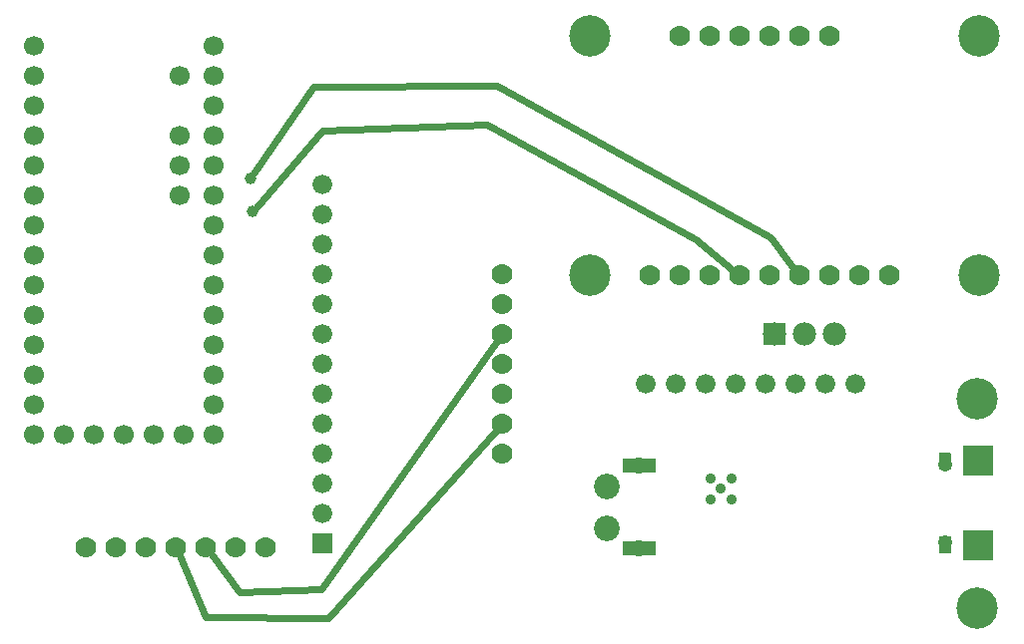
<source format=gbl>
G04 MADE WITH FRITZING*
G04 WWW.FRITZING.ORG*
G04 DOUBLE SIDED*
G04 HOLES PLATED*
G04 CONTOUR ON CENTER OF CONTOUR VECTOR*
%ASAXBY*%
%FSLAX23Y23*%
%MOIN*%
%OFA0B0*%
%SFA1.0B1.0*%
%ADD10C,0.066889*%
%ADD11C,0.138425*%
%ADD12C,0.070000*%
%ADD13C,0.066000*%
%ADD14C,0.035748*%
%ADD15C,0.138426*%
%ADD16C,0.057402*%
%ADD17C,0.047559*%
%ADD18C,0.098426*%
%ADD19C,0.086000*%
%ADD20C,0.039370*%
%ADD21C,0.078000*%
%ADD22R,0.066000X0.066000*%
%ADD23R,0.098426X0.098425*%
%ADD24R,0.078000X0.078000*%
%ADD25C,0.024000*%
%ADD26R,0.001000X0.001000*%
%LNCOPPER0*%
G90*
G70*
G54D10*
X674Y691D03*
X674Y791D03*
X674Y891D03*
X674Y991D03*
X674Y1091D03*
X674Y1191D03*
X674Y1291D03*
X674Y1391D03*
X674Y1491D03*
X674Y1591D03*
X674Y1691D03*
X674Y1791D03*
X674Y1891D03*
X674Y1991D03*
X560Y1891D03*
X560Y1591D03*
X560Y1691D03*
X74Y691D03*
X74Y791D03*
X74Y891D03*
X74Y991D03*
X74Y1091D03*
X74Y1191D03*
X74Y1291D03*
X74Y1391D03*
X74Y1491D03*
X74Y1591D03*
X74Y1691D03*
X74Y1791D03*
X74Y1891D03*
X74Y1991D03*
X560Y1491D03*
X274Y691D03*
X174Y691D03*
X374Y691D03*
X574Y691D03*
X474Y691D03*
G54D11*
X1928Y1225D03*
X1928Y2025D03*
G54D12*
X2228Y2025D03*
X2328Y2025D03*
X2428Y2025D03*
G54D11*
X3228Y1225D03*
G54D12*
X2528Y2025D03*
G54D11*
X3228Y2025D03*
G54D12*
X2628Y2025D03*
X2728Y2025D03*
X2128Y1225D03*
X2228Y1225D03*
X2328Y1225D03*
X2428Y1225D03*
X2528Y1225D03*
X2628Y1225D03*
X2728Y1225D03*
X2828Y1225D03*
X2928Y1225D03*
G54D13*
X1036Y330D03*
X1036Y430D03*
X1036Y530D03*
X1036Y630D03*
X1036Y730D03*
X1036Y830D03*
X1036Y930D03*
X1036Y1030D03*
X1036Y1130D03*
X1036Y1230D03*
X1036Y1330D03*
X1036Y1430D03*
X1036Y1530D03*
G54D12*
X1636Y1230D03*
X1636Y1130D03*
X1636Y1030D03*
X1636Y930D03*
X1636Y830D03*
X1636Y730D03*
X1636Y630D03*
X847Y316D03*
X747Y316D03*
X647Y316D03*
X547Y316D03*
X447Y316D03*
X347Y316D03*
X247Y316D03*
G54D14*
X2402Y547D03*
G54D15*
X3222Y113D03*
G54D16*
X2094Y313D03*
X2094Y589D03*
G54D14*
X2367Y512D03*
X2331Y476D03*
G54D17*
X3117Y333D03*
X3117Y593D03*
G54D18*
X3227Y322D03*
X3227Y605D03*
G54D19*
X1987Y518D03*
G54D13*
X2817Y863D03*
X2717Y863D03*
X2617Y863D03*
X2517Y863D03*
X2417Y863D03*
X2317Y863D03*
X2217Y863D03*
G54D15*
X3222Y813D03*
G54D13*
X2117Y863D03*
G54D14*
X2331Y547D03*
X2402Y476D03*
G54D19*
X1987Y380D03*
G54D20*
X802Y1438D03*
X795Y1549D03*
G54D21*
X2546Y1030D03*
X2646Y1030D03*
X2746Y1030D03*
G54D22*
X1036Y330D03*
G54D23*
X3227Y322D03*
X3227Y605D03*
G54D24*
X2546Y1030D03*
G54D25*
X559Y288D02*
X647Y84D01*
D02*
X1057Y80D02*
X1616Y707D01*
D02*
X647Y84D02*
X1057Y80D01*
D02*
X1620Y1860D02*
X2534Y1353D01*
D02*
X2534Y1353D02*
X2609Y1250D01*
D02*
X1006Y1856D02*
X1620Y1860D01*
D02*
X806Y1565D02*
X1006Y1856D01*
D02*
X1586Y1730D02*
X2282Y1346D01*
D02*
X2282Y1346D02*
X2404Y1245D01*
D02*
X1035Y1708D02*
X1586Y1730D01*
D02*
X815Y1452D02*
X1035Y1708D01*
D02*
X1032Y176D02*
X1618Y1005D01*
D02*
X758Y165D02*
X1032Y176D01*
D02*
X665Y291D02*
X758Y165D01*
G54D26*
X3097Y631D02*
X3133Y631D01*
X3097Y630D02*
X3134Y630D01*
X3097Y629D02*
X3134Y629D01*
X3097Y628D02*
X3134Y628D01*
X3097Y627D02*
X3134Y627D01*
X3097Y626D02*
X3134Y626D01*
X3097Y625D02*
X3134Y625D01*
X3097Y624D02*
X3134Y624D01*
X3097Y623D02*
X3134Y623D01*
X3097Y622D02*
X3134Y622D01*
X3097Y621D02*
X3134Y621D01*
X3097Y620D02*
X3134Y620D01*
X3097Y619D02*
X3134Y619D01*
X3097Y618D02*
X3134Y618D01*
X3097Y617D02*
X3134Y617D01*
X3097Y616D02*
X3134Y616D01*
X3097Y615D02*
X3134Y615D01*
X3097Y614D02*
X3134Y614D01*
X3097Y613D02*
X3134Y613D01*
X2039Y612D02*
X2086Y612D01*
X2099Y612D02*
X2147Y612D01*
X3097Y612D02*
X3111Y612D01*
X3120Y612D02*
X3134Y612D01*
X2039Y611D02*
X2083Y611D01*
X2102Y611D02*
X2147Y611D01*
X3097Y611D02*
X3107Y611D01*
X3123Y611D02*
X3134Y611D01*
X2039Y610D02*
X2081Y610D01*
X2104Y610D02*
X2147Y610D01*
X3097Y610D02*
X3106Y610D01*
X3125Y610D02*
X3134Y610D01*
X2039Y609D02*
X2079Y609D01*
X2106Y609D02*
X2147Y609D01*
X3097Y609D02*
X3104Y609D01*
X3127Y609D02*
X3134Y609D01*
X2039Y608D02*
X2078Y608D01*
X2107Y608D02*
X2147Y608D01*
X3097Y608D02*
X3103Y608D01*
X3128Y608D02*
X3134Y608D01*
X2039Y607D02*
X2077Y607D01*
X2109Y607D02*
X2147Y607D01*
X3097Y607D02*
X3102Y607D01*
X3129Y607D02*
X3134Y607D01*
X2039Y606D02*
X2076Y606D01*
X2110Y606D02*
X2147Y606D01*
X3097Y606D02*
X3101Y606D01*
X3130Y606D02*
X3134Y606D01*
X2039Y605D02*
X2075Y605D01*
X2111Y605D02*
X2147Y605D01*
X3097Y605D02*
X3100Y605D01*
X3131Y605D02*
X3134Y605D01*
X2039Y604D02*
X2074Y604D01*
X2111Y604D02*
X2147Y604D01*
X3097Y604D02*
X3099Y604D01*
X3131Y604D02*
X3134Y604D01*
X2039Y603D02*
X2073Y603D01*
X2112Y603D02*
X2147Y603D01*
X3097Y603D02*
X3099Y603D01*
X3132Y603D02*
X3134Y603D01*
X2039Y602D02*
X2072Y602D01*
X2113Y602D02*
X2147Y602D01*
X3097Y602D02*
X3098Y602D01*
X3133Y602D02*
X3134Y602D01*
X2039Y601D02*
X2072Y601D01*
X2114Y601D02*
X2147Y601D01*
X3097Y601D02*
X3097Y601D01*
X3133Y601D02*
X3134Y601D01*
X2039Y600D02*
X2071Y600D01*
X2114Y600D02*
X2147Y600D01*
X3097Y600D02*
X3097Y600D01*
X3133Y600D02*
X3134Y600D01*
X2039Y599D02*
X2071Y599D01*
X2115Y599D02*
X2147Y599D01*
X3097Y599D02*
X3097Y599D01*
X3134Y599D02*
X3134Y599D01*
X2039Y598D02*
X2070Y598D01*
X2115Y598D02*
X2147Y598D01*
X3097Y598D02*
X3097Y598D01*
X2039Y597D02*
X2070Y597D01*
X2115Y597D02*
X2147Y597D01*
X2039Y596D02*
X2070Y596D01*
X2116Y596D02*
X2147Y596D01*
X2039Y595D02*
X2069Y595D01*
X2116Y595D02*
X2147Y595D01*
X2039Y594D02*
X2069Y594D01*
X2116Y594D02*
X2147Y594D01*
X2039Y593D02*
X2069Y593D01*
X2117Y593D02*
X2147Y593D01*
X2039Y592D02*
X2069Y592D01*
X2117Y592D02*
X2147Y592D01*
X2039Y591D02*
X2069Y591D01*
X2117Y591D02*
X2147Y591D01*
X2039Y590D02*
X2069Y590D01*
X2117Y590D02*
X2147Y590D01*
X2039Y589D02*
X2069Y589D01*
X2117Y589D02*
X2147Y589D01*
X3097Y589D02*
X3097Y589D01*
X3134Y589D02*
X3134Y589D01*
X2039Y588D02*
X2069Y588D01*
X2117Y588D02*
X2147Y588D01*
X3097Y588D02*
X3097Y588D01*
X3134Y588D02*
X3134Y588D01*
X2039Y587D02*
X2069Y587D01*
X2117Y587D02*
X2147Y587D01*
X3097Y587D02*
X3097Y587D01*
X3133Y587D02*
X3134Y587D01*
X2039Y586D02*
X2069Y586D01*
X2117Y586D02*
X2147Y586D01*
X3097Y586D02*
X3098Y586D01*
X3133Y586D02*
X3134Y586D01*
X2039Y585D02*
X2069Y585D01*
X2116Y585D02*
X2147Y585D01*
X3097Y585D02*
X3098Y585D01*
X3132Y585D02*
X3134Y585D01*
X2039Y584D02*
X2069Y584D01*
X2116Y584D02*
X2147Y584D01*
X3097Y584D02*
X3099Y584D01*
X3132Y584D02*
X3134Y584D01*
X2039Y583D02*
X2069Y583D01*
X2116Y583D02*
X2147Y583D01*
X3097Y583D02*
X3099Y583D01*
X3131Y583D02*
X3134Y583D01*
X2039Y582D02*
X2070Y582D01*
X2116Y582D02*
X2147Y582D01*
X3097Y582D02*
X3100Y582D01*
X3130Y582D02*
X3134Y582D01*
X2039Y581D02*
X2070Y581D01*
X2115Y581D02*
X2147Y581D01*
X3097Y581D02*
X3101Y581D01*
X3129Y581D02*
X3134Y581D01*
X2039Y580D02*
X2070Y580D01*
X2115Y580D02*
X2147Y580D01*
X3097Y580D02*
X3102Y580D01*
X3128Y580D02*
X3134Y580D01*
X2039Y579D02*
X2071Y579D01*
X2115Y579D02*
X2147Y579D01*
X3097Y579D02*
X3103Y579D01*
X3127Y579D02*
X3134Y579D01*
X2039Y578D02*
X2071Y578D01*
X2114Y578D02*
X2147Y578D01*
X3097Y578D02*
X3105Y578D01*
X3126Y578D02*
X3134Y578D01*
X2039Y577D02*
X2072Y577D01*
X2113Y577D02*
X2147Y577D01*
X3097Y577D02*
X3106Y577D01*
X3124Y577D02*
X3134Y577D01*
X2039Y576D02*
X2072Y576D01*
X2113Y576D02*
X2147Y576D01*
X3097Y576D02*
X3109Y576D01*
X3122Y576D02*
X3134Y576D01*
X2039Y575D02*
X2073Y575D01*
X2112Y575D02*
X2147Y575D01*
X3097Y575D02*
X3111Y575D01*
X3120Y575D02*
X3133Y575D01*
X2039Y574D02*
X2074Y574D01*
X2111Y574D02*
X2147Y574D01*
X2039Y573D02*
X2075Y573D01*
X2110Y573D02*
X2147Y573D01*
X2039Y572D02*
X2076Y572D01*
X2109Y572D02*
X2147Y572D01*
X2039Y571D02*
X2077Y571D01*
X2108Y571D02*
X2147Y571D01*
X2039Y570D02*
X2078Y570D01*
X2107Y570D02*
X2147Y570D01*
X2039Y569D02*
X2080Y569D01*
X2106Y569D02*
X2147Y569D01*
X2039Y568D02*
X2082Y568D01*
X2104Y568D02*
X2147Y568D01*
X2039Y567D02*
X2084Y567D01*
X2102Y567D02*
X2147Y567D01*
X2039Y566D02*
X2087Y566D01*
X2098Y566D02*
X2147Y566D01*
X3097Y352D02*
X3110Y352D01*
X3120Y352D02*
X3134Y352D01*
X3097Y351D02*
X3107Y351D01*
X3123Y351D02*
X3134Y351D01*
X3097Y350D02*
X3105Y350D01*
X3125Y350D02*
X3134Y350D01*
X3097Y349D02*
X3104Y349D01*
X3127Y349D02*
X3134Y349D01*
X3097Y348D02*
X3103Y348D01*
X3128Y348D02*
X3134Y348D01*
X3097Y347D02*
X3101Y347D01*
X3129Y347D02*
X3134Y347D01*
X3097Y346D02*
X3101Y346D01*
X3130Y346D02*
X3134Y346D01*
X3097Y345D02*
X3100Y345D01*
X3131Y345D02*
X3134Y345D01*
X3097Y344D02*
X3099Y344D01*
X3132Y344D02*
X3134Y344D01*
X3097Y343D02*
X3098Y343D01*
X3132Y343D02*
X3134Y343D01*
X3097Y342D02*
X3098Y342D01*
X3133Y342D02*
X3134Y342D01*
X3097Y341D02*
X3097Y341D01*
X3133Y341D02*
X3134Y341D01*
X3097Y340D02*
X3097Y340D01*
X3133Y340D02*
X3134Y340D01*
X3097Y339D02*
X3097Y339D01*
X3134Y339D02*
X3134Y339D01*
X2039Y337D02*
X2087Y337D01*
X2098Y337D02*
X2146Y337D01*
X2039Y336D02*
X2085Y336D01*
X2100Y336D02*
X2147Y336D01*
X2039Y335D02*
X2082Y335D01*
X2103Y335D02*
X2147Y335D01*
X2039Y334D02*
X2080Y334D01*
X2105Y334D02*
X2147Y334D01*
X2039Y333D02*
X2079Y333D01*
X2107Y333D02*
X2147Y333D01*
X2039Y332D02*
X2078Y332D01*
X2108Y332D02*
X2147Y332D01*
X2039Y331D02*
X2076Y331D01*
X2109Y331D02*
X2147Y331D01*
X2039Y330D02*
X2075Y330D01*
X2110Y330D02*
X2147Y330D01*
X2039Y329D02*
X2074Y329D01*
X2111Y329D02*
X2147Y329D01*
X3097Y329D02*
X3097Y329D01*
X3134Y329D02*
X3134Y329D01*
X2039Y328D02*
X2074Y328D01*
X2112Y328D02*
X2147Y328D01*
X3097Y328D02*
X3097Y328D01*
X3134Y328D02*
X3134Y328D01*
X2039Y327D02*
X2073Y327D01*
X2113Y327D02*
X2147Y327D01*
X3097Y327D02*
X3097Y327D01*
X3133Y327D02*
X3134Y327D01*
X2039Y326D02*
X2072Y326D01*
X2113Y326D02*
X2147Y326D01*
X3097Y326D02*
X3098Y326D01*
X3133Y326D02*
X3134Y326D01*
X2039Y325D02*
X2072Y325D01*
X2114Y325D02*
X2147Y325D01*
X3097Y325D02*
X3098Y325D01*
X3132Y325D02*
X3134Y325D01*
X2039Y324D02*
X2071Y324D01*
X2114Y324D02*
X2147Y324D01*
X3097Y324D02*
X3099Y324D01*
X3132Y324D02*
X3134Y324D01*
X2039Y323D02*
X2070Y323D01*
X2115Y323D02*
X2147Y323D01*
X3097Y323D02*
X3100Y323D01*
X3131Y323D02*
X3134Y323D01*
X2039Y322D02*
X2070Y322D01*
X2115Y322D02*
X2147Y322D01*
X3097Y322D02*
X3100Y322D01*
X3130Y322D02*
X3134Y322D01*
X2039Y321D02*
X2070Y321D01*
X2116Y321D02*
X2147Y321D01*
X3097Y321D02*
X3101Y321D01*
X3129Y321D02*
X3134Y321D01*
X2039Y320D02*
X2069Y320D01*
X2116Y320D02*
X2147Y320D01*
X3097Y320D02*
X3102Y320D01*
X3128Y320D02*
X3134Y320D01*
X2039Y319D02*
X2069Y319D01*
X2116Y319D02*
X2147Y319D01*
X3097Y319D02*
X3103Y319D01*
X3127Y319D02*
X3134Y319D01*
X2039Y318D02*
X2069Y318D01*
X2116Y318D02*
X2147Y318D01*
X3097Y318D02*
X3105Y318D01*
X3126Y318D02*
X3134Y318D01*
X2039Y317D02*
X2069Y317D01*
X2117Y317D02*
X2147Y317D01*
X3097Y317D02*
X3107Y317D01*
X3124Y317D02*
X3134Y317D01*
X2039Y316D02*
X2069Y316D01*
X2117Y316D02*
X2147Y316D01*
X3097Y316D02*
X3109Y316D01*
X3121Y316D02*
X3134Y316D01*
X2039Y315D02*
X2069Y315D01*
X2117Y315D02*
X2147Y315D01*
X3097Y315D02*
X3134Y315D01*
X2039Y314D02*
X2069Y314D01*
X2117Y314D02*
X2147Y314D01*
X3097Y314D02*
X3134Y314D01*
X2039Y313D02*
X2069Y313D01*
X2117Y313D02*
X2147Y313D01*
X3097Y313D02*
X3134Y313D01*
X2039Y312D02*
X2069Y312D01*
X2117Y312D02*
X2147Y312D01*
X3097Y312D02*
X3134Y312D01*
X2039Y311D02*
X2069Y311D01*
X2117Y311D02*
X2147Y311D01*
X3097Y311D02*
X3134Y311D01*
X2039Y310D02*
X2069Y310D01*
X2117Y310D02*
X2147Y310D01*
X3097Y310D02*
X3134Y310D01*
X2039Y309D02*
X2069Y309D01*
X2116Y309D02*
X2147Y309D01*
X3097Y309D02*
X3134Y309D01*
X2039Y308D02*
X2069Y308D01*
X2116Y308D02*
X2147Y308D01*
X3097Y308D02*
X3134Y308D01*
X2039Y307D02*
X2069Y307D01*
X2116Y307D02*
X2147Y307D01*
X3097Y307D02*
X3134Y307D01*
X2039Y306D02*
X2070Y306D01*
X2116Y306D02*
X2147Y306D01*
X3097Y306D02*
X3134Y306D01*
X2039Y305D02*
X2070Y305D01*
X2115Y305D02*
X2147Y305D01*
X3097Y305D02*
X3134Y305D01*
X2039Y304D02*
X2071Y304D01*
X2115Y304D02*
X2147Y304D01*
X3097Y304D02*
X3134Y304D01*
X2039Y303D02*
X2071Y303D01*
X2114Y303D02*
X2147Y303D01*
X3097Y303D02*
X3134Y303D01*
X2039Y302D02*
X2072Y302D01*
X2114Y302D02*
X2147Y302D01*
X3097Y302D02*
X3134Y302D01*
X2039Y301D02*
X2072Y301D01*
X2113Y301D02*
X2147Y301D01*
X3097Y301D02*
X3134Y301D01*
X2039Y300D02*
X2073Y300D01*
X2113Y300D02*
X2147Y300D01*
X3097Y300D02*
X3134Y300D01*
X2039Y299D02*
X2074Y299D01*
X2112Y299D02*
X2147Y299D01*
X3097Y299D02*
X3134Y299D01*
X2039Y298D02*
X2074Y298D01*
X2111Y298D02*
X2147Y298D01*
X3097Y298D02*
X3134Y298D01*
X2039Y297D02*
X2075Y297D01*
X2110Y297D02*
X2147Y297D01*
X3097Y297D02*
X3134Y297D01*
X2039Y296D02*
X2076Y296D01*
X2109Y296D02*
X2147Y296D01*
X2039Y295D02*
X2078Y295D01*
X2108Y295D02*
X2147Y295D01*
X2039Y294D02*
X2079Y294D01*
X2107Y294D02*
X2147Y294D01*
X2039Y293D02*
X2081Y293D01*
X2105Y293D02*
X2147Y293D01*
X2039Y292D02*
X2082Y292D01*
X2103Y292D02*
X2147Y292D01*
X2039Y291D02*
X2085Y291D01*
X2100Y291D02*
X2147Y291D01*
X2039Y290D02*
X2087Y290D01*
X2098Y290D02*
X2146Y290D01*
D02*
G04 End of Copper0*
M02*
</source>
